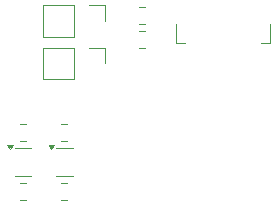
<source format=gbr>
%TF.GenerationSoftware,KiCad,Pcbnew,9.0.0-rc3-b7b28e555e~182~ubuntu24.04.1*%
%TF.CreationDate,2025-02-14T00:47:14-05:00*%
%TF.ProjectId,SharpBreakout,53686172-7042-4726-9561-6b6f75742e6b,rev?*%
%TF.SameCoordinates,Original*%
%TF.FileFunction,Legend,Top*%
%TF.FilePolarity,Positive*%
%FSLAX46Y46*%
G04 Gerber Fmt 4.6, Leading zero omitted, Abs format (unit mm)*
G04 Created by KiCad (PCBNEW 9.0.0-rc3-b7b28e555e~182~ubuntu24.04.1) date 2025-02-14 00:47:14*
%MOMM*%
%LPD*%
G01*
G04 APERTURE LIST*
%ADD10C,0.120000*%
%ADD11C,0.100000*%
G04 APERTURE END LIST*
D10*
%TO.C,C1*%
X138161252Y-83365000D02*
X137638748Y-83365000D01*
X138161252Y-84835000D02*
X137638748Y-84835000D01*
%TO.C,C5*%
X131611252Y-98265000D02*
X131088748Y-98265000D01*
X131611252Y-99735000D02*
X131088748Y-99735000D01*
%TO.C,C3*%
X128111252Y-98265000D02*
X127588748Y-98265000D01*
X128111252Y-99735000D02*
X127588748Y-99735000D01*
%TO.C,C4*%
X127588748Y-93265000D02*
X128111252Y-93265000D01*
X127588748Y-94735000D02*
X128111252Y-94735000D01*
%TO.C,J6*%
X129585000Y-86810000D02*
X129585000Y-89470000D01*
X132185000Y-86810000D02*
X129585000Y-86810000D01*
X132185000Y-86810000D02*
X132185000Y-89470000D01*
X132185000Y-89470000D02*
X129585000Y-89470000D01*
X133455000Y-86810000D02*
X134785000Y-86810000D01*
X134785000Y-86810000D02*
X134785000Y-88140000D01*
%TO.C,J2*%
X129585000Y-83210000D02*
X129585000Y-85870000D01*
X132185000Y-83210000D02*
X129585000Y-83210000D01*
X132185000Y-83210000D02*
X132185000Y-85870000D01*
X132185000Y-85870000D02*
X129585000Y-85870000D01*
X133455000Y-83210000D02*
X134785000Y-83210000D01*
X134785000Y-83210000D02*
X134785000Y-84540000D01*
D11*
%TO.C,J1*%
X140805000Y-86415000D02*
X140805000Y-84840000D01*
X141580000Y-86415000D02*
X140805000Y-86415000D01*
X147980000Y-86415000D02*
X148755000Y-86415000D01*
X148755000Y-86415000D02*
X148755000Y-84840000D01*
D10*
%TO.C,C6*%
X131088748Y-93265000D02*
X131611252Y-93265000D01*
X131088748Y-94735000D02*
X131611252Y-94735000D01*
%TO.C,U2*%
X130640000Y-95340000D02*
X132050000Y-95340000D01*
X130650000Y-97660000D02*
X132050000Y-97660000D01*
X130270000Y-95390000D02*
X130030000Y-95060000D01*
X130510000Y-95060000D01*
X130270000Y-95390000D01*
G36*
X130270000Y-95390000D02*
G01*
X130030000Y-95060000D01*
X130510000Y-95060000D01*
X130270000Y-95390000D01*
G37*
%TO.C,U1*%
X127140000Y-95340000D02*
X128550000Y-95340000D01*
X127150000Y-97660000D02*
X128550000Y-97660000D01*
X126770000Y-95390000D02*
X126530000Y-95060000D01*
X127010000Y-95060000D01*
X126770000Y-95390000D01*
G36*
X126770000Y-95390000D02*
G01*
X126530000Y-95060000D01*
X127010000Y-95060000D01*
X126770000Y-95390000D01*
G37*
%TO.C,C2*%
X138161252Y-85365000D02*
X137638748Y-85365000D01*
X138161252Y-86835000D02*
X137638748Y-86835000D01*
%TD*%
M02*

</source>
